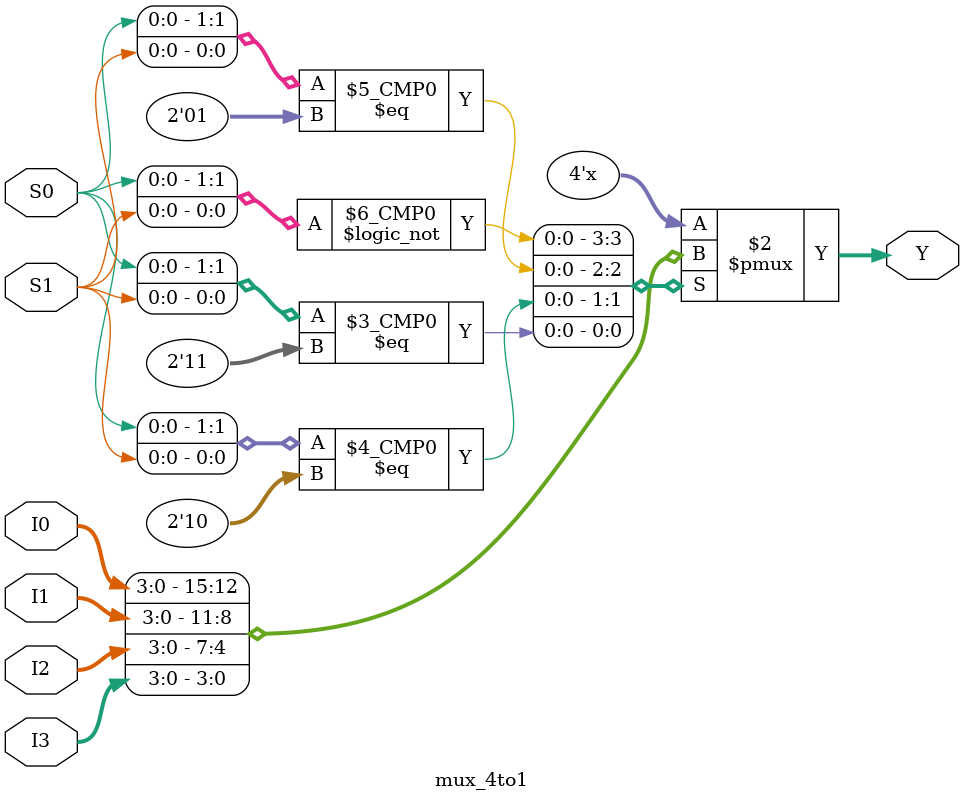
<source format=v>
`timescale 1ns / 1ps


module mux_4to1(I0, I1, I2, I3, S0, S1, Y);

output reg [3:0] Y;
input [3:0] I0, I1, I2, I3;
input S0, S1;

always @ (*) begin
case ({S0, S1})
    2'b00 : Y = I0;
    2'b01 : Y = I1;
    2'b10 : Y = I2;
    2'b11 : Y = I3;
endcase

end

endmodule

</source>
